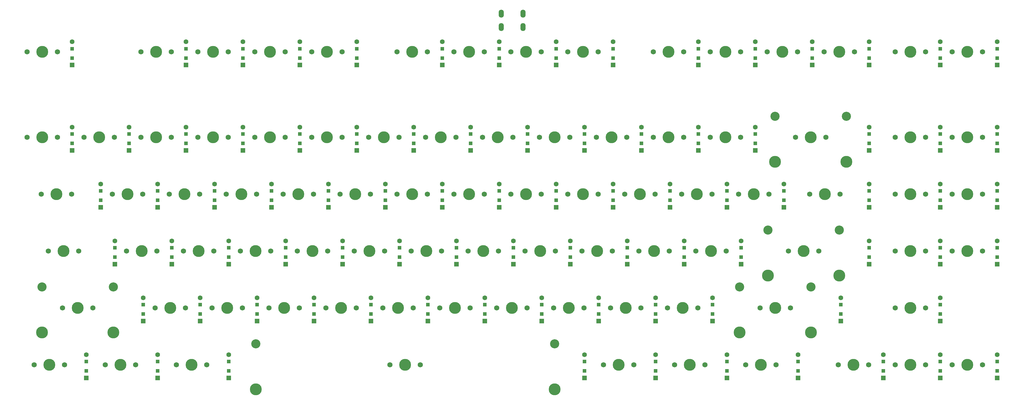
<source format=gbr>
G04 #@! TF.GenerationSoftware,KiCad,Pcbnew,(6.0.7-1)-1*
G04 #@! TF.CreationDate,2022-09-16T02:28:04+09:00*
G04 #@! TF.ProjectId,keyboard,6b657962-6f61-4726-942e-6b696361645f,rev?*
G04 #@! TF.SameCoordinates,Original*
G04 #@! TF.FileFunction,Soldermask,Top*
G04 #@! TF.FilePolarity,Negative*
%FSLAX46Y46*%
G04 Gerber Fmt 4.6, Leading zero omitted, Abs format (unit mm)*
G04 Created by KiCad (PCBNEW (6.0.7-1)-1) date 2022-09-16 02:28:04*
%MOMM*%
%LPD*%
G01*
G04 APERTURE LIST*
%ADD10C,1.750000*%
%ADD11C,3.987800*%
%ADD12R,1.600000X1.600000*%
%ADD13R,1.200000X1.200000*%
%ADD14C,1.600000*%
%ADD15C,3.048000*%
%ADD16O,1.700000X2.700000*%
G04 APERTURE END LIST*
D10*
X272232500Y-113800000D03*
X262072500Y-113800000D03*
D11*
X267152500Y-113800000D03*
D12*
X96202500Y-137250000D03*
D13*
X96202500Y-134925000D03*
D14*
X96202500Y-129450000D03*
D13*
X96202500Y-131775000D03*
D10*
X86495000Y-47125000D03*
X76335000Y-47125000D03*
D11*
X81415000Y-47125000D03*
D10*
X119832500Y-113800000D03*
D11*
X114752500Y-113800000D03*
D10*
X109672500Y-113800000D03*
D13*
X191452500Y-134925000D03*
D12*
X191452500Y-137250000D03*
D14*
X191452500Y-129450000D03*
D13*
X191452500Y-131775000D03*
D12*
X343852500Y-118200000D03*
D13*
X343852500Y-115875000D03*
D14*
X343852500Y-110400000D03*
D13*
X343852500Y-112725000D03*
D10*
X95385000Y-75700000D03*
D11*
X100465000Y-75700000D03*
D10*
X105545000Y-75700000D03*
D13*
X272415000Y-96825000D03*
D12*
X272415000Y-99150000D03*
D14*
X272415000Y-91350000D03*
D13*
X272415000Y-93675000D03*
D12*
X362902500Y-99150000D03*
D13*
X362902500Y-96825000D03*
D14*
X362902500Y-91350000D03*
D13*
X362902500Y-93675000D03*
D10*
X347797500Y-47125000D03*
D11*
X352877500Y-47125000D03*
D10*
X357957500Y-47125000D03*
X124595000Y-47125000D03*
D11*
X119515000Y-47125000D03*
D10*
X114435000Y-47125000D03*
D13*
X362902500Y-77775000D03*
D12*
X362902500Y-80100000D03*
D14*
X362902500Y-72300000D03*
D13*
X362902500Y-74625000D03*
X143827500Y-115875000D03*
D12*
X143827500Y-118200000D03*
D13*
X143827500Y-112725000D03*
D14*
X143827500Y-110400000D03*
D12*
X320040000Y-118200000D03*
D13*
X320040000Y-115875000D03*
D14*
X320040000Y-110400000D03*
D13*
X320040000Y-112725000D03*
X320040000Y-96825000D03*
D12*
X320040000Y-99150000D03*
D14*
X320040000Y-91350000D03*
D13*
X320040000Y-93675000D03*
X343852500Y-96825000D03*
D12*
X343852500Y-99150000D03*
D14*
X343852500Y-91350000D03*
D13*
X343852500Y-93675000D03*
D10*
X157297500Y-132850000D03*
D11*
X162377500Y-132850000D03*
D10*
X167457500Y-132850000D03*
D12*
X239077500Y-118200000D03*
D13*
X239077500Y-115875000D03*
D14*
X239077500Y-110400000D03*
D13*
X239077500Y-112725000D03*
D12*
X229552500Y-137250000D03*
D13*
X229552500Y-134925000D03*
D14*
X229552500Y-129450000D03*
D13*
X229552500Y-131775000D03*
X320040000Y-77775000D03*
D12*
X320040000Y-80100000D03*
D14*
X320040000Y-72300000D03*
D13*
X320040000Y-74625000D03*
D10*
X138247500Y-132850000D03*
X148407500Y-132850000D03*
D11*
X143327500Y-132850000D03*
D13*
X300990000Y-49200000D03*
D12*
X300990000Y-51525000D03*
D13*
X300990000Y-46050000D03*
D14*
X300990000Y-43725000D03*
D10*
X357957500Y-75700000D03*
D11*
X352877500Y-75700000D03*
D10*
X347797500Y-75700000D03*
X138882500Y-113800000D03*
D11*
X133802500Y-113800000D03*
D10*
X128722500Y-113800000D03*
X219845000Y-75700000D03*
X209685000Y-75700000D03*
D11*
X214765000Y-75700000D03*
D10*
X215082500Y-113800000D03*
X204922500Y-113800000D03*
D11*
X210002500Y-113800000D03*
D13*
X105727500Y-115875000D03*
D12*
X105727500Y-118200000D03*
D14*
X105727500Y-110400000D03*
D13*
X105727500Y-112725000D03*
D10*
X224607500Y-132850000D03*
X214447500Y-132850000D03*
D11*
X219527500Y-132850000D03*
D10*
X110307500Y-132850000D03*
X100147500Y-132850000D03*
D11*
X105227500Y-132850000D03*
D12*
X72390000Y-80100000D03*
D13*
X72390000Y-77775000D03*
X72390000Y-74625000D03*
D14*
X72390000Y-72300000D03*
D11*
X157615000Y-75700000D03*
D10*
X152535000Y-75700000D03*
X162695000Y-75700000D03*
D15*
X300521750Y-125865000D03*
D10*
X283503750Y-132850000D03*
D11*
X288583750Y-132850000D03*
D10*
X293663750Y-132850000D03*
D11*
X300521750Y-141105000D03*
D15*
X276645750Y-125865000D03*
D11*
X276645750Y-141105000D03*
D10*
X328747500Y-113800000D03*
D11*
X333827500Y-113800000D03*
D10*
X338907500Y-113800000D03*
X66810000Y-94750000D03*
X76970000Y-94750000D03*
D11*
X71890000Y-94750000D03*
D12*
X124777500Y-118200000D03*
D13*
X124777500Y-115875000D03*
X124777500Y-112725000D03*
D14*
X124777500Y-110400000D03*
D10*
X295410000Y-75700000D03*
D15*
X312428000Y-68715000D03*
X288552000Y-68715000D03*
D10*
X305570000Y-75700000D03*
D11*
X312428000Y-83955000D03*
X300490000Y-75700000D03*
X288552000Y-83955000D03*
X310046750Y-122055000D03*
D10*
X293028750Y-113800000D03*
D15*
X310046750Y-106815000D03*
D11*
X286170750Y-122055000D03*
D10*
X303188750Y-113800000D03*
D15*
X286170750Y-106815000D03*
D11*
X298108750Y-113800000D03*
X314777500Y-151900000D03*
D10*
X319857500Y-151900000D03*
X309697500Y-151900000D03*
D13*
X267652500Y-134925000D03*
D12*
X267652500Y-137250000D03*
D13*
X267652500Y-131775000D03*
D14*
X267652500Y-129450000D03*
D10*
X253182500Y-113800000D03*
D11*
X248102500Y-113800000D03*
D10*
X243022500Y-113800000D03*
D15*
X214758650Y-144915000D03*
D11*
X114758850Y-160155000D03*
D10*
X159678750Y-151900000D03*
D15*
X114758850Y-144915000D03*
D10*
X169838750Y-151900000D03*
D11*
X214758650Y-160155000D03*
X164758750Y-151900000D03*
D10*
X200160000Y-94750000D03*
X210320000Y-94750000D03*
D11*
X205240000Y-94750000D03*
D10*
X243657500Y-132850000D03*
X233497500Y-132850000D03*
D11*
X238577500Y-132850000D03*
D13*
X129540000Y-77775000D03*
D12*
X129540000Y-80100000D03*
D13*
X129540000Y-74625000D03*
D14*
X129540000Y-72300000D03*
D13*
X58102500Y-153975000D03*
D12*
X58102500Y-156300000D03*
D13*
X58102500Y-150825000D03*
D14*
X58102500Y-148500000D03*
D10*
X176982500Y-113800000D03*
D11*
X171902500Y-113800000D03*
D10*
X166822500Y-113800000D03*
D12*
X320040000Y-51525000D03*
D13*
X320040000Y-49200000D03*
X320040000Y-46050000D03*
D14*
X320040000Y-43725000D03*
D10*
X42997500Y-94750000D03*
X53157500Y-94750000D03*
D11*
X48077500Y-94750000D03*
D10*
X105545000Y-47125000D03*
X95385000Y-47125000D03*
D11*
X100465000Y-47125000D03*
D12*
X148590000Y-51525000D03*
D13*
X148590000Y-49200000D03*
X148590000Y-46050000D03*
D14*
X148590000Y-43725000D03*
D12*
X258127500Y-118200000D03*
D13*
X258127500Y-115875000D03*
X258127500Y-112725000D03*
D14*
X258127500Y-110400000D03*
D11*
X352877500Y-113800000D03*
D10*
X347797500Y-113800000D03*
X357957500Y-113800000D03*
D11*
X200477500Y-132850000D03*
D10*
X195397500Y-132850000D03*
X205557500Y-132850000D03*
D12*
X110490000Y-80100000D03*
D13*
X110490000Y-77775000D03*
X110490000Y-74625000D03*
D14*
X110490000Y-72300000D03*
D11*
X190952500Y-113800000D03*
D10*
X196032500Y-113800000D03*
X185872500Y-113800000D03*
X252547500Y-132850000D03*
X262707500Y-132850000D03*
D11*
X257627500Y-132850000D03*
D13*
X291465000Y-96825000D03*
D12*
X291465000Y-99150000D03*
D14*
X291465000Y-91350000D03*
D13*
X291465000Y-93675000D03*
D10*
X181110000Y-47125000D03*
D11*
X186190000Y-47125000D03*
D10*
X191270000Y-47125000D03*
D12*
X181927500Y-118200000D03*
D13*
X181927500Y-115875000D03*
X181927500Y-112725000D03*
D14*
X181927500Y-110400000D03*
D12*
X281940000Y-80100000D03*
D13*
X281940000Y-77775000D03*
X281940000Y-74625000D03*
D14*
X281940000Y-72300000D03*
D12*
X148590000Y-80100000D03*
D13*
X148590000Y-77775000D03*
X148590000Y-74625000D03*
D14*
X148590000Y-72300000D03*
D10*
X200160000Y-47125000D03*
D11*
X205240000Y-47125000D03*
D10*
X210320000Y-47125000D03*
D12*
X100965000Y-99150000D03*
D13*
X100965000Y-96825000D03*
D14*
X100965000Y-91350000D03*
D13*
X100965000Y-93675000D03*
X248602500Y-153975000D03*
D12*
X248602500Y-156300000D03*
D14*
X248602500Y-148500000D03*
D13*
X248602500Y-150825000D03*
D10*
X278741250Y-151900000D03*
X288901250Y-151900000D03*
D11*
X283821250Y-151900000D03*
D12*
X77152500Y-137250000D03*
D13*
X77152500Y-134925000D03*
X77152500Y-131775000D03*
D14*
X77152500Y-129450000D03*
D11*
X43283250Y-141105000D03*
X55221250Y-132850000D03*
X67159250Y-141105000D03*
D15*
X67159250Y-125865000D03*
X43283250Y-125865000D03*
D10*
X50141250Y-132850000D03*
X60301250Y-132850000D03*
X134120000Y-94750000D03*
X123960000Y-94750000D03*
D11*
X129040000Y-94750000D03*
D12*
X248602500Y-137250000D03*
D13*
X248602500Y-134925000D03*
D14*
X248602500Y-129450000D03*
D13*
X248602500Y-131775000D03*
D10*
X74588750Y-151900000D03*
X64428750Y-151900000D03*
D11*
X69508750Y-151900000D03*
D13*
X362902500Y-115875000D03*
D12*
X362902500Y-118200000D03*
D13*
X362902500Y-112725000D03*
D14*
X362902500Y-110400000D03*
D12*
X277177500Y-118200000D03*
D13*
X277177500Y-115875000D03*
X277177500Y-112725000D03*
D14*
X277177500Y-110400000D03*
D11*
X76652500Y-113800000D03*
D10*
X71572500Y-113800000D03*
X81732500Y-113800000D03*
X276995000Y-47125000D03*
X266835000Y-47125000D03*
D11*
X271915000Y-47125000D03*
D10*
X100782500Y-113800000D03*
X90622500Y-113800000D03*
D11*
X95702500Y-113800000D03*
D12*
X129540000Y-51525000D03*
D13*
X129540000Y-49200000D03*
D14*
X129540000Y-43725000D03*
D13*
X129540000Y-46050000D03*
D10*
X38235000Y-47125000D03*
X48395000Y-47125000D03*
D11*
X43315000Y-47125000D03*
D13*
X81915000Y-153975000D03*
D12*
X81915000Y-156300000D03*
D14*
X81915000Y-148500000D03*
D13*
X81915000Y-150825000D03*
D10*
X338907500Y-75700000D03*
D11*
X333827500Y-75700000D03*
D10*
X328747500Y-75700000D03*
D12*
X81915000Y-99150000D03*
D13*
X81915000Y-96825000D03*
X81915000Y-93675000D03*
D14*
X81915000Y-91350000D03*
D12*
X115252500Y-137250000D03*
D13*
X115252500Y-134925000D03*
X115252500Y-131775000D03*
D14*
X115252500Y-129450000D03*
D13*
X53340000Y-77775000D03*
D12*
X53340000Y-80100000D03*
D14*
X53340000Y-72300000D03*
D13*
X53340000Y-74625000D03*
D10*
X88241250Y-151900000D03*
X98401250Y-151900000D03*
D11*
X93321250Y-151900000D03*
D10*
X266835000Y-75700000D03*
D11*
X271915000Y-75700000D03*
D10*
X276995000Y-75700000D03*
D11*
X224290000Y-94750000D03*
D10*
X229370000Y-94750000D03*
X219210000Y-94750000D03*
D12*
X272415000Y-156300000D03*
D13*
X272415000Y-153975000D03*
X272415000Y-150825000D03*
D14*
X272415000Y-148500000D03*
D13*
X200977500Y-115875000D03*
D12*
X200977500Y-118200000D03*
D14*
X200977500Y-110400000D03*
D13*
X200977500Y-112725000D03*
X243840000Y-77775000D03*
D12*
X243840000Y-80100000D03*
D14*
X243840000Y-72300000D03*
D13*
X243840000Y-74625000D03*
D11*
X352877500Y-151900000D03*
D10*
X357957500Y-151900000D03*
X347797500Y-151900000D03*
X285885000Y-47125000D03*
X296045000Y-47125000D03*
D11*
X290965000Y-47125000D03*
D13*
X343852500Y-134925000D03*
D12*
X343852500Y-137250000D03*
D13*
X343852500Y-131775000D03*
D14*
X343852500Y-129450000D03*
D13*
X62865000Y-96825000D03*
D12*
X62865000Y-99150000D03*
D14*
X62865000Y-91350000D03*
D13*
X62865000Y-93675000D03*
D12*
X134302500Y-137250000D03*
D13*
X134302500Y-134925000D03*
X134302500Y-131775000D03*
D14*
X134302500Y-129450000D03*
D13*
X281940000Y-49200000D03*
D12*
X281940000Y-51525000D03*
D14*
X281940000Y-43725000D03*
D13*
X281940000Y-46050000D03*
D11*
X186190000Y-94750000D03*
D10*
X191270000Y-94750000D03*
X181110000Y-94750000D03*
D12*
X296227500Y-156300000D03*
D13*
X296227500Y-153975000D03*
X296227500Y-150825000D03*
D14*
X296227500Y-148500000D03*
D12*
X210502500Y-137250000D03*
D13*
X210502500Y-134925000D03*
D14*
X210502500Y-129450000D03*
D13*
X210502500Y-131775000D03*
X324802500Y-153975000D03*
D12*
X324802500Y-156300000D03*
D14*
X324802500Y-148500000D03*
D13*
X324802500Y-150825000D03*
X186690000Y-77775000D03*
D12*
X186690000Y-80100000D03*
D13*
X186690000Y-74625000D03*
D14*
X186690000Y-72300000D03*
D13*
X224790000Y-77775000D03*
D12*
X224790000Y-80100000D03*
D13*
X224790000Y-74625000D03*
D14*
X224790000Y-72300000D03*
D13*
X215265000Y-96825000D03*
D12*
X215265000Y-99150000D03*
D14*
X215265000Y-91350000D03*
D13*
X215265000Y-93675000D03*
D11*
X229052500Y-113800000D03*
D10*
X223972500Y-113800000D03*
X234132500Y-113800000D03*
D12*
X162877500Y-118200000D03*
D13*
X162877500Y-115875000D03*
D14*
X162877500Y-110400000D03*
D13*
X162877500Y-112725000D03*
D11*
X86177500Y-132850000D03*
D10*
X91257500Y-132850000D03*
X81097500Y-132850000D03*
D12*
X196215000Y-51525000D03*
D13*
X196215000Y-49200000D03*
X196215000Y-46050000D03*
D14*
X196215000Y-43725000D03*
D12*
X53340000Y-51525000D03*
D13*
X53340000Y-49200000D03*
D14*
X53340000Y-43725000D03*
D13*
X53340000Y-46050000D03*
D10*
X304935000Y-47125000D03*
D11*
X310015000Y-47125000D03*
D10*
X315095000Y-47125000D03*
D12*
X110490000Y-51525000D03*
D13*
X110490000Y-49200000D03*
X110490000Y-46050000D03*
D14*
X110490000Y-43725000D03*
D10*
X310332500Y-94750000D03*
X300172500Y-94750000D03*
D11*
X305252500Y-94750000D03*
D12*
X253365000Y-99150000D03*
D13*
X253365000Y-96825000D03*
D14*
X253365000Y-91350000D03*
D13*
X253365000Y-93675000D03*
D10*
X157932500Y-113800000D03*
D11*
X152852500Y-113800000D03*
D10*
X147772500Y-113800000D03*
D11*
X43315000Y-75700000D03*
D10*
X48395000Y-75700000D03*
X38235000Y-75700000D03*
D11*
X281440000Y-94750000D03*
D10*
X276360000Y-94750000D03*
X286520000Y-94750000D03*
D11*
X333827500Y-132850000D03*
D10*
X338907500Y-132850000D03*
X328747500Y-132850000D03*
D11*
X333827500Y-151900000D03*
D10*
X338907500Y-151900000D03*
X328747500Y-151900000D03*
D12*
X167640000Y-80100000D03*
D13*
X167640000Y-77775000D03*
X167640000Y-74625000D03*
D14*
X167640000Y-72300000D03*
D13*
X234315000Y-49200000D03*
D12*
X234315000Y-51525000D03*
D13*
X234315000Y-46050000D03*
D14*
X234315000Y-43725000D03*
D10*
X241276250Y-151900000D03*
D11*
X236196250Y-151900000D03*
D10*
X231116250Y-151900000D03*
X153170000Y-94750000D03*
D11*
X148090000Y-94750000D03*
D10*
X143010000Y-94750000D03*
D12*
X86677500Y-118200000D03*
D13*
X86677500Y-115875000D03*
D14*
X86677500Y-110400000D03*
D13*
X86677500Y-112725000D03*
D10*
X257945000Y-47125000D03*
X247785000Y-47125000D03*
D11*
X252865000Y-47125000D03*
D10*
X186507500Y-132850000D03*
X176347500Y-132850000D03*
D11*
X181427500Y-132850000D03*
D10*
X172220000Y-94750000D03*
D11*
X167140000Y-94750000D03*
D10*
X162060000Y-94750000D03*
D13*
X234315000Y-96825000D03*
D12*
X234315000Y-99150000D03*
D13*
X234315000Y-93675000D03*
D14*
X234315000Y-91350000D03*
D12*
X362902500Y-51525000D03*
D13*
X362902500Y-49200000D03*
X362902500Y-46050000D03*
D14*
X362902500Y-43725000D03*
D10*
X265088750Y-151900000D03*
D11*
X260008750Y-151900000D03*
D10*
X254928750Y-151900000D03*
D13*
X177165000Y-49200000D03*
D12*
X177165000Y-51525000D03*
D13*
X177165000Y-46050000D03*
D14*
X177165000Y-43725000D03*
D13*
X262890000Y-49200000D03*
D12*
X262890000Y-51525000D03*
D13*
X262890000Y-46050000D03*
D14*
X262890000Y-43725000D03*
D11*
X50458750Y-113800000D03*
D10*
X55538750Y-113800000D03*
X45378750Y-113800000D03*
D11*
X45696250Y-151900000D03*
D10*
X40616250Y-151900000D03*
X50776250Y-151900000D03*
D13*
X343852500Y-77775000D03*
D12*
X343852500Y-80100000D03*
D14*
X343852500Y-72300000D03*
D13*
X343852500Y-74625000D03*
D10*
X172220000Y-47125000D03*
X162060000Y-47125000D03*
D11*
X167140000Y-47125000D03*
D10*
X57285000Y-75700000D03*
X67445000Y-75700000D03*
D11*
X62365000Y-75700000D03*
D12*
X343852500Y-51525000D03*
D13*
X343852500Y-49200000D03*
X343852500Y-46050000D03*
D14*
X343852500Y-43725000D03*
D11*
X224290000Y-47125000D03*
D10*
X229370000Y-47125000D03*
X219210000Y-47125000D03*
D12*
X262890000Y-80100000D03*
D13*
X262890000Y-77775000D03*
X262890000Y-74625000D03*
D14*
X262890000Y-72300000D03*
D11*
X109990000Y-94750000D03*
D10*
X104910000Y-94750000D03*
X115070000Y-94750000D03*
D13*
X343852500Y-153975000D03*
D12*
X343852500Y-156300000D03*
D13*
X343852500Y-150825000D03*
D14*
X343852500Y-148500000D03*
D10*
X247785000Y-75700000D03*
D11*
X252865000Y-75700000D03*
D10*
X257945000Y-75700000D03*
D11*
X124277500Y-132850000D03*
D10*
X119197500Y-132850000D03*
X129357500Y-132850000D03*
X133485000Y-75700000D03*
D11*
X138565000Y-75700000D03*
D10*
X143645000Y-75700000D03*
X238260000Y-94750000D03*
D11*
X243340000Y-94750000D03*
D10*
X248420000Y-94750000D03*
X114435000Y-75700000D03*
D11*
X119515000Y-75700000D03*
D10*
X124595000Y-75700000D03*
X338907500Y-94750000D03*
D11*
X333827500Y-94750000D03*
D10*
X328747500Y-94750000D03*
X267470000Y-94750000D03*
D11*
X262390000Y-94750000D03*
D10*
X257310000Y-94750000D03*
D13*
X205740000Y-77775000D03*
D12*
X205740000Y-80100000D03*
D14*
X205740000Y-72300000D03*
D13*
X205740000Y-74625000D03*
D10*
X238895000Y-75700000D03*
X228735000Y-75700000D03*
D11*
X233815000Y-75700000D03*
D10*
X85860000Y-94750000D03*
D11*
X90940000Y-94750000D03*
D10*
X96020000Y-94750000D03*
D12*
X172402500Y-137250000D03*
D13*
X172402500Y-134925000D03*
X172402500Y-131775000D03*
D14*
X172402500Y-129450000D03*
D13*
X158115000Y-96825000D03*
D12*
X158115000Y-99150000D03*
D13*
X158115000Y-93675000D03*
D14*
X158115000Y-91350000D03*
D12*
X120015000Y-99150000D03*
D13*
X120015000Y-96825000D03*
D14*
X120015000Y-91350000D03*
D13*
X120015000Y-93675000D03*
X362902500Y-153975000D03*
D12*
X362902500Y-156300000D03*
D14*
X362902500Y-148500000D03*
D13*
X362902500Y-150825000D03*
X91440000Y-77775000D03*
D12*
X91440000Y-80100000D03*
D14*
X91440000Y-72300000D03*
D13*
X91440000Y-74625000D03*
D10*
X328747500Y-47125000D03*
D11*
X333827500Y-47125000D03*
D10*
X338907500Y-47125000D03*
D12*
X91440000Y-51525000D03*
D13*
X91440000Y-49200000D03*
X91440000Y-46050000D03*
D14*
X91440000Y-43725000D03*
D13*
X139065000Y-96825000D03*
D12*
X139065000Y-99150000D03*
D13*
X139065000Y-93675000D03*
D14*
X139065000Y-91350000D03*
D13*
X310515000Y-134925000D03*
D12*
X310515000Y-137250000D03*
D13*
X310515000Y-131775000D03*
D14*
X310515000Y-129450000D03*
D13*
X67627500Y-115875000D03*
D12*
X67627500Y-118200000D03*
D13*
X67627500Y-112725000D03*
D14*
X67627500Y-110400000D03*
D13*
X153352500Y-134925000D03*
D12*
X153352500Y-137250000D03*
D13*
X153352500Y-131775000D03*
D14*
X153352500Y-129450000D03*
D12*
X105727500Y-156300000D03*
D13*
X105727500Y-153975000D03*
X105727500Y-150825000D03*
D14*
X105727500Y-148500000D03*
D10*
X357957500Y-94750000D03*
X347797500Y-94750000D03*
D11*
X352877500Y-94750000D03*
D12*
X224790000Y-156300000D03*
D13*
X224790000Y-153975000D03*
D14*
X224790000Y-148500000D03*
D13*
X224790000Y-150825000D03*
D12*
X215265000Y-51525000D03*
D13*
X215265000Y-49200000D03*
D14*
X215265000Y-43725000D03*
D13*
X215265000Y-46050000D03*
D10*
X200795000Y-75700000D03*
X190635000Y-75700000D03*
D11*
X195715000Y-75700000D03*
D10*
X143645000Y-47125000D03*
X133485000Y-47125000D03*
D11*
X138565000Y-47125000D03*
D13*
X177165000Y-96825000D03*
D12*
X177165000Y-99150000D03*
D14*
X177165000Y-91350000D03*
D13*
X177165000Y-93675000D03*
D11*
X176665000Y-75700000D03*
D10*
X171585000Y-75700000D03*
X181745000Y-75700000D03*
D12*
X220027500Y-118200000D03*
D13*
X220027500Y-115875000D03*
D14*
X220027500Y-110400000D03*
D13*
X220027500Y-112725000D03*
D12*
X196215000Y-99150000D03*
D13*
X196215000Y-96825000D03*
X196215000Y-93675000D03*
D14*
X196215000Y-91350000D03*
D10*
X86495000Y-75700000D03*
X76335000Y-75700000D03*
D11*
X81415000Y-75700000D03*
D16*
X204246250Y-38800000D03*
X204246250Y-34300000D03*
X196946250Y-38800000D03*
X196946250Y-34300000D03*
M02*

</source>
